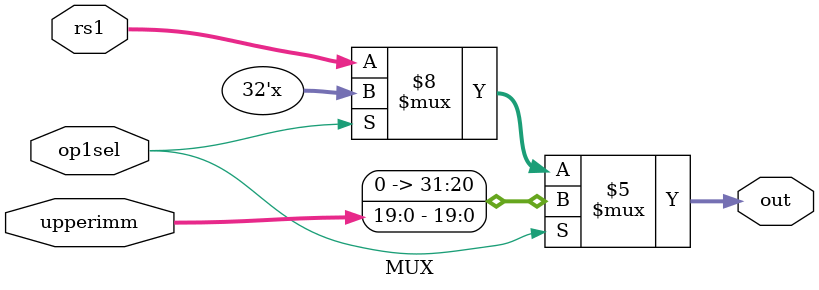
<source format=v>
module MUX(input wire op1sel, input wire [31:0] rs1, input wire [19:0] upperimm, output reg [31:0] out);

always @ ( op1sel, rs1, upperimm ) begin
  //$display("selecting op1 to send to alu");
  if (op1sel == 0 ) begin
    out = rs1;
  end
  if (op1sel == 1) begin
    out = upperimm;
  end

end

endmodule

</source>
